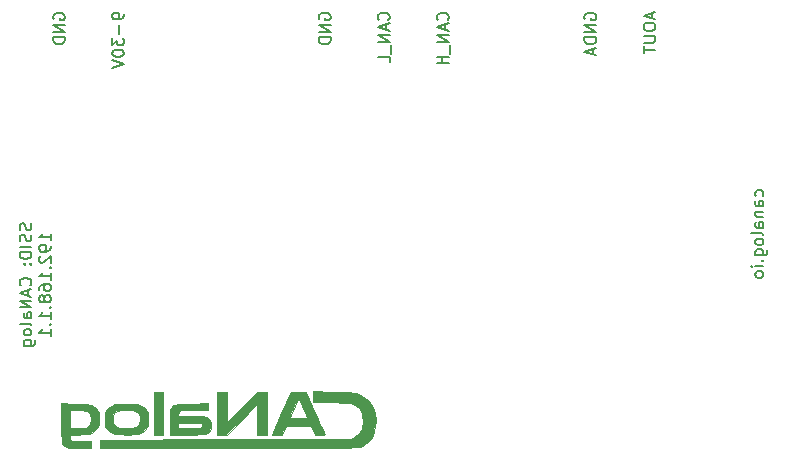
<source format=gbr>
%TF.GenerationSoftware,KiCad,Pcbnew,5.1.10*%
%TF.CreationDate,2021-06-21T15:48:10-04:00*%
%TF.ProjectId,CANalog,43414e61-6c6f-4672-9e6b-696361645f70,rev?*%
%TF.SameCoordinates,PX5b8d800PY848f8c0*%
%TF.FileFunction,Legend,Bot*%
%TF.FilePolarity,Positive*%
%FSLAX46Y46*%
G04 Gerber Fmt 4.6, Leading zero omitted, Abs format (unit mm)*
G04 Created by KiCad (PCBNEW 5.1.10) date 2021-06-21 15:48:10*
%MOMM*%
%LPD*%
G01*
G04 APERTURE LIST*
%ADD10C,0.150000*%
%ADD11C,0.010000*%
G04 APERTURE END LIST*
D10*
X-63720239Y-24834523D02*
X-63672620Y-24977380D01*
X-63672620Y-25215476D01*
X-63720239Y-25310714D01*
X-63767858Y-25358333D01*
X-63863096Y-25405952D01*
X-63958334Y-25405952D01*
X-64053572Y-25358333D01*
X-64101191Y-25310714D01*
X-64148810Y-25215476D01*
X-64196429Y-25025000D01*
X-64244048Y-24929761D01*
X-64291667Y-24882142D01*
X-64386905Y-24834523D01*
X-64482143Y-24834523D01*
X-64577381Y-24882142D01*
X-64625000Y-24929761D01*
X-64672620Y-25025000D01*
X-64672620Y-25263095D01*
X-64625000Y-25405952D01*
X-63720239Y-25786904D02*
X-63672620Y-25929761D01*
X-63672620Y-26167857D01*
X-63720239Y-26263095D01*
X-63767858Y-26310714D01*
X-63863096Y-26358333D01*
X-63958334Y-26358333D01*
X-64053572Y-26310714D01*
X-64101191Y-26263095D01*
X-64148810Y-26167857D01*
X-64196429Y-25977380D01*
X-64244048Y-25882142D01*
X-64291667Y-25834523D01*
X-64386905Y-25786904D01*
X-64482143Y-25786904D01*
X-64577381Y-25834523D01*
X-64625000Y-25882142D01*
X-64672620Y-25977380D01*
X-64672620Y-26215476D01*
X-64625000Y-26358333D01*
X-63672620Y-26786904D02*
X-64672620Y-26786904D01*
X-63672620Y-27263095D02*
X-64672620Y-27263095D01*
X-64672620Y-27501190D01*
X-64625000Y-27644047D01*
X-64529762Y-27739285D01*
X-64434524Y-27786904D01*
X-64244048Y-27834523D01*
X-64101191Y-27834523D01*
X-63910715Y-27786904D01*
X-63815477Y-27739285D01*
X-63720239Y-27644047D01*
X-63672620Y-27501190D01*
X-63672620Y-27263095D01*
X-63767858Y-28263095D02*
X-63720239Y-28310714D01*
X-63672620Y-28263095D01*
X-63720239Y-28215476D01*
X-63767858Y-28263095D01*
X-63672620Y-28263095D01*
X-64291667Y-28263095D02*
X-64244048Y-28310714D01*
X-64196429Y-28263095D01*
X-64244048Y-28215476D01*
X-64291667Y-28263095D01*
X-64196429Y-28263095D01*
X-63767858Y-30072619D02*
X-63720239Y-30025000D01*
X-63672620Y-29882142D01*
X-63672620Y-29786904D01*
X-63720239Y-29644047D01*
X-63815477Y-29548809D01*
X-63910715Y-29501190D01*
X-64101191Y-29453571D01*
X-64244048Y-29453571D01*
X-64434524Y-29501190D01*
X-64529762Y-29548809D01*
X-64625000Y-29644047D01*
X-64672620Y-29786904D01*
X-64672620Y-29882142D01*
X-64625000Y-30025000D01*
X-64577381Y-30072619D01*
X-63958334Y-30453571D02*
X-63958334Y-30929761D01*
X-63672620Y-30358333D02*
X-64672620Y-30691666D01*
X-63672620Y-31025000D01*
X-63672620Y-31358333D02*
X-64672620Y-31358333D01*
X-63672620Y-31929761D01*
X-64672620Y-31929761D01*
X-63672620Y-32834523D02*
X-64196429Y-32834523D01*
X-64291667Y-32786904D01*
X-64339286Y-32691666D01*
X-64339286Y-32501190D01*
X-64291667Y-32405952D01*
X-63720239Y-32834523D02*
X-63672620Y-32739285D01*
X-63672620Y-32501190D01*
X-63720239Y-32405952D01*
X-63815477Y-32358333D01*
X-63910715Y-32358333D01*
X-64005953Y-32405952D01*
X-64053572Y-32501190D01*
X-64053572Y-32739285D01*
X-64101191Y-32834523D01*
X-63672620Y-33453571D02*
X-63720239Y-33358333D01*
X-63815477Y-33310714D01*
X-64672620Y-33310714D01*
X-63672620Y-33977380D02*
X-63720239Y-33882142D01*
X-63767858Y-33834523D01*
X-63863096Y-33786904D01*
X-64148810Y-33786904D01*
X-64244048Y-33834523D01*
X-64291667Y-33882142D01*
X-64339286Y-33977380D01*
X-64339286Y-34120238D01*
X-64291667Y-34215476D01*
X-64244048Y-34263095D01*
X-64148810Y-34310714D01*
X-63863096Y-34310714D01*
X-63767858Y-34263095D01*
X-63720239Y-34215476D01*
X-63672620Y-34120238D01*
X-63672620Y-33977380D01*
X-64339286Y-35167857D02*
X-63529762Y-35167857D01*
X-63434524Y-35120238D01*
X-63386905Y-35072619D01*
X-63339286Y-34977380D01*
X-63339286Y-34834523D01*
X-63386905Y-34739285D01*
X-63720239Y-35167857D02*
X-63672620Y-35072619D01*
X-63672620Y-34882142D01*
X-63720239Y-34786904D01*
X-63767858Y-34739285D01*
X-63863096Y-34691666D01*
X-64148810Y-34691666D01*
X-64244048Y-34739285D01*
X-64291667Y-34786904D01*
X-64339286Y-34882142D01*
X-64339286Y-35072619D01*
X-64291667Y-35167857D01*
X-62022620Y-26263095D02*
X-62022620Y-25691666D01*
X-62022620Y-25977380D02*
X-63022620Y-25977380D01*
X-62879762Y-25882142D01*
X-62784524Y-25786904D01*
X-62736905Y-25691666D01*
X-62022620Y-26739285D02*
X-62022620Y-26929761D01*
X-62070239Y-27025000D01*
X-62117858Y-27072619D01*
X-62260715Y-27167857D01*
X-62451191Y-27215476D01*
X-62832143Y-27215476D01*
X-62927381Y-27167857D01*
X-62975000Y-27120238D01*
X-63022620Y-27025000D01*
X-63022620Y-26834523D01*
X-62975000Y-26739285D01*
X-62927381Y-26691666D01*
X-62832143Y-26644047D01*
X-62594048Y-26644047D01*
X-62498810Y-26691666D01*
X-62451191Y-26739285D01*
X-62403572Y-26834523D01*
X-62403572Y-27025000D01*
X-62451191Y-27120238D01*
X-62498810Y-27167857D01*
X-62594048Y-27215476D01*
X-62927381Y-27596428D02*
X-62975000Y-27644047D01*
X-63022620Y-27739285D01*
X-63022620Y-27977380D01*
X-62975000Y-28072619D01*
X-62927381Y-28120238D01*
X-62832143Y-28167857D01*
X-62736905Y-28167857D01*
X-62594048Y-28120238D01*
X-62022620Y-27548809D01*
X-62022620Y-28167857D01*
X-62117858Y-28596428D02*
X-62070239Y-28644047D01*
X-62022620Y-28596428D01*
X-62070239Y-28548809D01*
X-62117858Y-28596428D01*
X-62022620Y-28596428D01*
X-62022620Y-29596428D02*
X-62022620Y-29025000D01*
X-62022620Y-29310714D02*
X-63022620Y-29310714D01*
X-62879762Y-29215476D01*
X-62784524Y-29120238D01*
X-62736905Y-29025000D01*
X-63022620Y-30453571D02*
X-63022620Y-30263095D01*
X-62975000Y-30167857D01*
X-62927381Y-30120238D01*
X-62784524Y-30025000D01*
X-62594048Y-29977380D01*
X-62213096Y-29977380D01*
X-62117858Y-30025000D01*
X-62070239Y-30072619D01*
X-62022620Y-30167857D01*
X-62022620Y-30358333D01*
X-62070239Y-30453571D01*
X-62117858Y-30501190D01*
X-62213096Y-30548809D01*
X-62451191Y-30548809D01*
X-62546429Y-30501190D01*
X-62594048Y-30453571D01*
X-62641667Y-30358333D01*
X-62641667Y-30167857D01*
X-62594048Y-30072619D01*
X-62546429Y-30025000D01*
X-62451191Y-29977380D01*
X-62594048Y-31120238D02*
X-62641667Y-31025000D01*
X-62689286Y-30977380D01*
X-62784524Y-30929761D01*
X-62832143Y-30929761D01*
X-62927381Y-30977380D01*
X-62975000Y-31025000D01*
X-63022620Y-31120238D01*
X-63022620Y-31310714D01*
X-62975000Y-31405952D01*
X-62927381Y-31453571D01*
X-62832143Y-31501190D01*
X-62784524Y-31501190D01*
X-62689286Y-31453571D01*
X-62641667Y-31405952D01*
X-62594048Y-31310714D01*
X-62594048Y-31120238D01*
X-62546429Y-31025000D01*
X-62498810Y-30977380D01*
X-62403572Y-30929761D01*
X-62213096Y-30929761D01*
X-62117858Y-30977380D01*
X-62070239Y-31025000D01*
X-62022620Y-31120238D01*
X-62022620Y-31310714D01*
X-62070239Y-31405952D01*
X-62117858Y-31453571D01*
X-62213096Y-31501190D01*
X-62403572Y-31501190D01*
X-62498810Y-31453571D01*
X-62546429Y-31405952D01*
X-62594048Y-31310714D01*
X-62117858Y-31929761D02*
X-62070239Y-31977380D01*
X-62022620Y-31929761D01*
X-62070239Y-31882142D01*
X-62117858Y-31929761D01*
X-62022620Y-31929761D01*
X-62022620Y-32929761D02*
X-62022620Y-32358333D01*
X-62022620Y-32644047D02*
X-63022620Y-32644047D01*
X-62879762Y-32548809D01*
X-62784524Y-32453571D01*
X-62736905Y-32358333D01*
X-62117858Y-33358333D02*
X-62070239Y-33405952D01*
X-62022620Y-33358333D01*
X-62070239Y-33310714D01*
X-62117858Y-33358333D01*
X-62022620Y-33358333D01*
X-62022620Y-34358333D02*
X-62022620Y-33786904D01*
X-62022620Y-34072619D02*
X-63022620Y-34072619D01*
X-62879762Y-33977380D01*
X-62784524Y-33882142D01*
X-62736905Y-33786904D01*
X-1770239Y-22510714D02*
X-1722620Y-22415476D01*
X-1722620Y-22225000D01*
X-1770239Y-22129761D01*
X-1817858Y-22082142D01*
X-1913096Y-22034523D01*
X-2198810Y-22034523D01*
X-2294048Y-22082142D01*
X-2341667Y-22129761D01*
X-2389286Y-22225000D01*
X-2389286Y-22415476D01*
X-2341667Y-22510714D01*
X-1722620Y-23367857D02*
X-2246429Y-23367857D01*
X-2341667Y-23320238D01*
X-2389286Y-23225000D01*
X-2389286Y-23034523D01*
X-2341667Y-22939285D01*
X-1770239Y-23367857D02*
X-1722620Y-23272619D01*
X-1722620Y-23034523D01*
X-1770239Y-22939285D01*
X-1865477Y-22891666D01*
X-1960715Y-22891666D01*
X-2055953Y-22939285D01*
X-2103572Y-23034523D01*
X-2103572Y-23272619D01*
X-2151191Y-23367857D01*
X-2389286Y-23844047D02*
X-1722620Y-23844047D01*
X-2294048Y-23844047D02*
X-2341667Y-23891666D01*
X-2389286Y-23986904D01*
X-2389286Y-24129761D01*
X-2341667Y-24225000D01*
X-2246429Y-24272619D01*
X-1722620Y-24272619D01*
X-1722620Y-25177380D02*
X-2246429Y-25177380D01*
X-2341667Y-25129761D01*
X-2389286Y-25034523D01*
X-2389286Y-24844047D01*
X-2341667Y-24748809D01*
X-1770239Y-25177380D02*
X-1722620Y-25082142D01*
X-1722620Y-24844047D01*
X-1770239Y-24748809D01*
X-1865477Y-24701190D01*
X-1960715Y-24701190D01*
X-2055953Y-24748809D01*
X-2103572Y-24844047D01*
X-2103572Y-25082142D01*
X-2151191Y-25177380D01*
X-1722620Y-25796428D02*
X-1770239Y-25701190D01*
X-1865477Y-25653571D01*
X-2722620Y-25653571D01*
X-1722620Y-26320238D02*
X-1770239Y-26225000D01*
X-1817858Y-26177380D01*
X-1913096Y-26129761D01*
X-2198810Y-26129761D01*
X-2294048Y-26177380D01*
X-2341667Y-26225000D01*
X-2389286Y-26320238D01*
X-2389286Y-26463095D01*
X-2341667Y-26558333D01*
X-2294048Y-26605952D01*
X-2198810Y-26653571D01*
X-1913096Y-26653571D01*
X-1817858Y-26605952D01*
X-1770239Y-26558333D01*
X-1722620Y-26463095D01*
X-1722620Y-26320238D01*
X-2389286Y-27510714D02*
X-1579762Y-27510714D01*
X-1484524Y-27463095D01*
X-1436905Y-27415476D01*
X-1389286Y-27320238D01*
X-1389286Y-27177380D01*
X-1436905Y-27082142D01*
X-1770239Y-27510714D02*
X-1722620Y-27415476D01*
X-1722620Y-27225000D01*
X-1770239Y-27129761D01*
X-1817858Y-27082142D01*
X-1913096Y-27034523D01*
X-2198810Y-27034523D01*
X-2294048Y-27082142D01*
X-2341667Y-27129761D01*
X-2389286Y-27225000D01*
X-2389286Y-27415476D01*
X-2341667Y-27510714D01*
X-1817858Y-27986904D02*
X-1770239Y-28034523D01*
X-1722620Y-27986904D01*
X-1770239Y-27939285D01*
X-1817858Y-27986904D01*
X-1722620Y-27986904D01*
X-1722620Y-28463095D02*
X-2389286Y-28463095D01*
X-2722620Y-28463095D02*
X-2675000Y-28415476D01*
X-2627381Y-28463095D01*
X-2675000Y-28510714D01*
X-2722620Y-28463095D01*
X-2627381Y-28463095D01*
X-1722620Y-29082142D02*
X-1770239Y-28986904D01*
X-1817858Y-28939285D01*
X-1913096Y-28891666D01*
X-2198810Y-28891666D01*
X-2294048Y-28939285D01*
X-2341667Y-28986904D01*
X-2389286Y-29082142D01*
X-2389286Y-29225000D01*
X-2341667Y-29320238D01*
X-2294048Y-29367857D01*
X-2198810Y-29415476D01*
X-1913096Y-29415476D01*
X-1817858Y-29367857D01*
X-1770239Y-29320238D01*
X-1722620Y-29225000D01*
X-1722620Y-29082142D01*
X-11133334Y-6987976D02*
X-11133334Y-7464166D01*
X-10847620Y-6892738D02*
X-11847620Y-7226071D01*
X-10847620Y-7559404D01*
X-11847620Y-8083214D02*
X-11847620Y-8273690D01*
X-11800000Y-8368928D01*
X-11704762Y-8464166D01*
X-11514286Y-8511785D01*
X-11180953Y-8511785D01*
X-10990477Y-8464166D01*
X-10895239Y-8368928D01*
X-10847620Y-8273690D01*
X-10847620Y-8083214D01*
X-10895239Y-7987976D01*
X-10990477Y-7892738D01*
X-11180953Y-7845119D01*
X-11514286Y-7845119D01*
X-11704762Y-7892738D01*
X-11800000Y-7987976D01*
X-11847620Y-8083214D01*
X-11847620Y-8940357D02*
X-11038096Y-8940357D01*
X-10942858Y-8987976D01*
X-10895239Y-9035595D01*
X-10847620Y-9130833D01*
X-10847620Y-9321309D01*
X-10895239Y-9416547D01*
X-10942858Y-9464166D01*
X-11038096Y-9511785D01*
X-11847620Y-9511785D01*
X-11847620Y-9845119D02*
X-11847620Y-10416547D01*
X-10847620Y-10130833D02*
X-11847620Y-10130833D01*
X-16800000Y-7559404D02*
X-16847620Y-7464166D01*
X-16847620Y-7321309D01*
X-16800000Y-7178452D01*
X-16704762Y-7083214D01*
X-16609524Y-7035595D01*
X-16419048Y-6987976D01*
X-16276191Y-6987976D01*
X-16085715Y-7035595D01*
X-15990477Y-7083214D01*
X-15895239Y-7178452D01*
X-15847620Y-7321309D01*
X-15847620Y-7416547D01*
X-15895239Y-7559404D01*
X-15942858Y-7607023D01*
X-16276191Y-7607023D01*
X-16276191Y-7416547D01*
X-15847620Y-8035595D02*
X-16847620Y-8035595D01*
X-15847620Y-8607023D01*
X-16847620Y-8607023D01*
X-15847620Y-9083214D02*
X-16847620Y-9083214D01*
X-16847620Y-9321309D01*
X-16800000Y-9464166D01*
X-16704762Y-9559404D01*
X-16609524Y-9607023D01*
X-16419048Y-9654642D01*
X-16276191Y-9654642D01*
X-16085715Y-9607023D01*
X-15990477Y-9559404D01*
X-15895239Y-9464166D01*
X-15847620Y-9321309D01*
X-15847620Y-9083214D01*
X-16133334Y-10035595D02*
X-16133334Y-10511785D01*
X-15847620Y-9940357D02*
X-16847620Y-10273690D01*
X-15847620Y-10607023D01*
X-28442858Y-7607023D02*
X-28395239Y-7559404D01*
X-28347620Y-7416547D01*
X-28347620Y-7321309D01*
X-28395239Y-7178452D01*
X-28490477Y-7083214D01*
X-28585715Y-7035595D01*
X-28776191Y-6987976D01*
X-28919048Y-6987976D01*
X-29109524Y-7035595D01*
X-29204762Y-7083214D01*
X-29300000Y-7178452D01*
X-29347620Y-7321309D01*
X-29347620Y-7416547D01*
X-29300000Y-7559404D01*
X-29252381Y-7607023D01*
X-28633334Y-7987976D02*
X-28633334Y-8464166D01*
X-28347620Y-7892738D02*
X-29347620Y-8226071D01*
X-28347620Y-8559404D01*
X-28347620Y-8892738D02*
X-29347620Y-8892738D01*
X-28347620Y-9464166D01*
X-29347620Y-9464166D01*
X-28252381Y-9702261D02*
X-28252381Y-10464166D01*
X-28347620Y-10702261D02*
X-29347620Y-10702261D01*
X-28871429Y-10702261D02*
X-28871429Y-11273690D01*
X-28347620Y-11273690D02*
X-29347620Y-11273690D01*
X-33442858Y-7607023D02*
X-33395239Y-7559404D01*
X-33347620Y-7416547D01*
X-33347620Y-7321309D01*
X-33395239Y-7178452D01*
X-33490477Y-7083214D01*
X-33585715Y-7035595D01*
X-33776191Y-6987976D01*
X-33919048Y-6987976D01*
X-34109524Y-7035595D01*
X-34204762Y-7083214D01*
X-34300000Y-7178452D01*
X-34347620Y-7321309D01*
X-34347620Y-7416547D01*
X-34300000Y-7559404D01*
X-34252381Y-7607023D01*
X-33633334Y-7987976D02*
X-33633334Y-8464166D01*
X-33347620Y-7892738D02*
X-34347620Y-8226071D01*
X-33347620Y-8559404D01*
X-33347620Y-8892738D02*
X-34347620Y-8892738D01*
X-33347620Y-9464166D01*
X-34347620Y-9464166D01*
X-33252381Y-9702261D02*
X-33252381Y-10464166D01*
X-33347620Y-11178452D02*
X-33347620Y-10702261D01*
X-34347620Y-10702261D01*
X-39300000Y-7559404D02*
X-39347620Y-7464166D01*
X-39347620Y-7321309D01*
X-39300000Y-7178452D01*
X-39204762Y-7083214D01*
X-39109524Y-7035595D01*
X-38919048Y-6987976D01*
X-38776191Y-6987976D01*
X-38585715Y-7035595D01*
X-38490477Y-7083214D01*
X-38395239Y-7178452D01*
X-38347620Y-7321309D01*
X-38347620Y-7416547D01*
X-38395239Y-7559404D01*
X-38442858Y-7607023D01*
X-38776191Y-7607023D01*
X-38776191Y-7416547D01*
X-38347620Y-8035595D02*
X-39347620Y-8035595D01*
X-38347620Y-8607023D01*
X-39347620Y-8607023D01*
X-38347620Y-9083214D02*
X-39347620Y-9083214D01*
X-39347620Y-9321309D01*
X-39300000Y-9464166D01*
X-39204762Y-9559404D01*
X-39109524Y-9607023D01*
X-38919048Y-9654642D01*
X-38776191Y-9654642D01*
X-38585715Y-9607023D01*
X-38490477Y-9559404D01*
X-38395239Y-9464166D01*
X-38347620Y-9321309D01*
X-38347620Y-9083214D01*
X-55847620Y-7083214D02*
X-55847620Y-7273690D01*
X-55895239Y-7368928D01*
X-55942858Y-7416547D01*
X-56085715Y-7511785D01*
X-56276191Y-7559404D01*
X-56657143Y-7559404D01*
X-56752381Y-7511785D01*
X-56800000Y-7464166D01*
X-56847620Y-7368928D01*
X-56847620Y-7178452D01*
X-56800000Y-7083214D01*
X-56752381Y-7035595D01*
X-56657143Y-6987976D01*
X-56419048Y-6987976D01*
X-56323810Y-7035595D01*
X-56276191Y-7083214D01*
X-56228572Y-7178452D01*
X-56228572Y-7368928D01*
X-56276191Y-7464166D01*
X-56323810Y-7511785D01*
X-56419048Y-7559404D01*
X-56228572Y-7987976D02*
X-56228572Y-8749880D01*
X-56847620Y-9130833D02*
X-56847620Y-9749880D01*
X-56466667Y-9416547D01*
X-56466667Y-9559404D01*
X-56419048Y-9654642D01*
X-56371429Y-9702261D01*
X-56276191Y-9749880D01*
X-56038096Y-9749880D01*
X-55942858Y-9702261D01*
X-55895239Y-9654642D01*
X-55847620Y-9559404D01*
X-55847620Y-9273690D01*
X-55895239Y-9178452D01*
X-55942858Y-9130833D01*
X-56847620Y-10368928D02*
X-56847620Y-10464166D01*
X-56800000Y-10559404D01*
X-56752381Y-10607023D01*
X-56657143Y-10654642D01*
X-56466667Y-10702261D01*
X-56228572Y-10702261D01*
X-56038096Y-10654642D01*
X-55942858Y-10607023D01*
X-55895239Y-10559404D01*
X-55847620Y-10464166D01*
X-55847620Y-10368928D01*
X-55895239Y-10273690D01*
X-55942858Y-10226071D01*
X-56038096Y-10178452D01*
X-56228572Y-10130833D01*
X-56466667Y-10130833D01*
X-56657143Y-10178452D01*
X-56752381Y-10226071D01*
X-56800000Y-10273690D01*
X-56847620Y-10368928D01*
X-56847620Y-10987976D02*
X-55847620Y-11321309D01*
X-56847620Y-11654642D01*
X-61800000Y-7559404D02*
X-61847620Y-7464166D01*
X-61847620Y-7321309D01*
X-61800000Y-7178452D01*
X-61704762Y-7083214D01*
X-61609524Y-7035595D01*
X-61419048Y-6987976D01*
X-61276191Y-6987976D01*
X-61085715Y-7035595D01*
X-60990477Y-7083214D01*
X-60895239Y-7178452D01*
X-60847620Y-7321309D01*
X-60847620Y-7416547D01*
X-60895239Y-7559404D01*
X-60942858Y-7607023D01*
X-61276191Y-7607023D01*
X-61276191Y-7416547D01*
X-60847620Y-8035595D02*
X-61847620Y-8035595D01*
X-60847620Y-8607023D01*
X-61847620Y-8607023D01*
X-60847620Y-9083214D02*
X-61847620Y-9083214D01*
X-61847620Y-9321309D01*
X-61800000Y-9464166D01*
X-61704762Y-9559404D01*
X-61609524Y-9607023D01*
X-61419048Y-9654642D01*
X-61276191Y-9654642D01*
X-61085715Y-9607023D01*
X-60990477Y-9559404D01*
X-60895239Y-9464166D01*
X-60847620Y-9321309D01*
X-60847620Y-9083214D01*
D11*
%TO.C,G\u002A\u002A\u002A*%
G36*
X-39823600Y-39509839D02*
G01*
X-39823599Y-39968582D01*
X-38261500Y-39984591D01*
X-37820779Y-39989361D01*
X-37469198Y-39994258D01*
X-37194300Y-40000209D01*
X-36983626Y-40008142D01*
X-36824720Y-40018984D01*
X-36705124Y-40033663D01*
X-36612382Y-40053105D01*
X-36534034Y-40078239D01*
X-36457625Y-40109991D01*
X-36433865Y-40120654D01*
X-36176377Y-40275978D01*
X-35949172Y-40485152D01*
X-35777571Y-40721321D01*
X-35701266Y-40897695D01*
X-35655699Y-41138395D01*
X-35636265Y-41433517D01*
X-35642328Y-41743946D01*
X-35673258Y-42030569D01*
X-35722967Y-42239141D01*
X-35874217Y-42525315D01*
X-36109483Y-42773289D01*
X-36413762Y-42967625D01*
X-36445400Y-42982593D01*
X-36699400Y-43099400D01*
X-47278499Y-43112689D01*
X-57857599Y-43125978D01*
X-57857600Y-43480989D01*
X-57857600Y-43836000D01*
X-46973700Y-43830800D01*
X-45927508Y-43830129D01*
X-44907270Y-43829140D01*
X-43917722Y-43827851D01*
X-42963595Y-43826279D01*
X-42049624Y-43824444D01*
X-41180542Y-43822362D01*
X-40361082Y-43820053D01*
X-39595979Y-43817534D01*
X-38889966Y-43814824D01*
X-38247776Y-43811941D01*
X-37674144Y-43808902D01*
X-37173802Y-43805726D01*
X-36751485Y-43802432D01*
X-36411925Y-43799037D01*
X-36159857Y-43795559D01*
X-36000014Y-43792016D01*
X-35937400Y-43788498D01*
X-35630230Y-43668218D01*
X-35318505Y-43453940D01*
X-35213253Y-43361791D01*
X-34953701Y-43082475D01*
X-34763710Y-42777835D01*
X-34632522Y-42425354D01*
X-34549383Y-42002515D01*
X-34543943Y-41960666D01*
X-34517989Y-41444131D01*
X-34569910Y-40956813D01*
X-34696137Y-40511085D01*
X-34893099Y-40119321D01*
X-35157227Y-39793892D01*
X-35173738Y-39778064D01*
X-35410069Y-39577302D01*
X-35653370Y-39424407D01*
X-35936028Y-39302188D01*
X-36259010Y-39201968D01*
X-36379666Y-39171374D01*
X-36502880Y-39146767D01*
X-36642052Y-39127273D01*
X-36810583Y-39112021D01*
X-37021870Y-39100137D01*
X-37289315Y-39090749D01*
X-37626316Y-39082986D01*
X-38046274Y-39075974D01*
X-38236100Y-39073245D01*
X-39823600Y-39051096D01*
X-39823600Y-39509839D01*
G37*
X-39823600Y-39509839D02*
X-39823599Y-39968582D01*
X-38261500Y-39984591D01*
X-37820779Y-39989361D01*
X-37469198Y-39994258D01*
X-37194300Y-40000209D01*
X-36983626Y-40008142D01*
X-36824720Y-40018984D01*
X-36705124Y-40033663D01*
X-36612382Y-40053105D01*
X-36534034Y-40078239D01*
X-36457625Y-40109991D01*
X-36433865Y-40120654D01*
X-36176377Y-40275978D01*
X-35949172Y-40485152D01*
X-35777571Y-40721321D01*
X-35701266Y-40897695D01*
X-35655699Y-41138395D01*
X-35636265Y-41433517D01*
X-35642328Y-41743946D01*
X-35673258Y-42030569D01*
X-35722967Y-42239141D01*
X-35874217Y-42525315D01*
X-36109483Y-42773289D01*
X-36413762Y-42967625D01*
X-36445400Y-42982593D01*
X-36699400Y-43099400D01*
X-47278499Y-43112689D01*
X-57857599Y-43125978D01*
X-57857600Y-43480989D01*
X-57857600Y-43836000D01*
X-46973700Y-43830800D01*
X-45927508Y-43830129D01*
X-44907270Y-43829140D01*
X-43917722Y-43827851D01*
X-42963595Y-43826279D01*
X-42049624Y-43824444D01*
X-41180542Y-43822362D01*
X-40361082Y-43820053D01*
X-39595979Y-43817534D01*
X-38889966Y-43814824D01*
X-38247776Y-43811941D01*
X-37674144Y-43808902D01*
X-37173802Y-43805726D01*
X-36751485Y-43802432D01*
X-36411925Y-43799037D01*
X-36159857Y-43795559D01*
X-36000014Y-43792016D01*
X-35937400Y-43788498D01*
X-35630230Y-43668218D01*
X-35318505Y-43453940D01*
X-35213253Y-43361791D01*
X-34953701Y-43082475D01*
X-34763710Y-42777835D01*
X-34632522Y-42425354D01*
X-34549383Y-42002515D01*
X-34543943Y-41960666D01*
X-34517989Y-41444131D01*
X-34569910Y-40956813D01*
X-34696137Y-40511085D01*
X-34893099Y-40119321D01*
X-35157227Y-39793892D01*
X-35173738Y-39778064D01*
X-35410069Y-39577302D01*
X-35653370Y-39424407D01*
X-35936028Y-39302188D01*
X-36259010Y-39201968D01*
X-36379666Y-39171374D01*
X-36502880Y-39146767D01*
X-36642052Y-39127273D01*
X-36810583Y-39112021D01*
X-37021870Y-39100137D01*
X-37289315Y-39090749D01*
X-37626316Y-39082986D01*
X-38046274Y-39075974D01*
X-38236100Y-39073245D01*
X-39823600Y-39051096D01*
X-39823600Y-39509839D01*
G36*
X-61148916Y-41719237D02*
G01*
X-61145087Y-42233797D01*
X-61139198Y-42656071D01*
X-61124581Y-42995271D01*
X-61094568Y-43260606D01*
X-61042492Y-43461287D01*
X-60961683Y-43606524D01*
X-60845476Y-43705527D01*
X-60687201Y-43767506D01*
X-60480190Y-43801672D01*
X-60217777Y-43817235D01*
X-59893293Y-43823405D01*
X-59622900Y-43827113D01*
X-58619600Y-43843626D01*
X-58619600Y-43277200D01*
X-59421096Y-43277200D01*
X-59769917Y-43274578D01*
X-60030023Y-43263784D01*
X-60214230Y-43240423D01*
X-60335354Y-43200099D01*
X-60406209Y-43138418D01*
X-60439612Y-43050984D01*
X-60448377Y-42933404D01*
X-60448400Y-42924896D01*
X-60448400Y-42730753D01*
X-59673700Y-42704470D01*
X-59385262Y-42691084D01*
X-59116552Y-42672070D01*
X-58891622Y-42649593D01*
X-58734523Y-42625822D01*
X-58695800Y-42616356D01*
X-58501118Y-42519579D01*
X-58300581Y-42359508D01*
X-58123119Y-42165296D01*
X-57997668Y-41966099D01*
X-57965219Y-41880200D01*
X-57921248Y-41620956D01*
X-57912132Y-41322579D01*
X-57912661Y-41316767D01*
X-58633104Y-41316767D01*
X-58642762Y-41577627D01*
X-58721879Y-41809447D01*
X-58863253Y-41993045D01*
X-59059680Y-42109239D01*
X-59104317Y-42122544D01*
X-59192252Y-42132836D01*
X-59357992Y-42142148D01*
X-59577742Y-42149453D01*
X-59826100Y-42153707D01*
X-60448400Y-42159600D01*
X-60448400Y-40625856D01*
X-59749900Y-40643711D01*
X-59420633Y-40656204D01*
X-59176473Y-40678593D01*
X-59000991Y-40717173D01*
X-58877756Y-40778243D01*
X-58790338Y-40868098D01*
X-58722309Y-40993035D01*
X-58700107Y-41046048D01*
X-58633104Y-41316767D01*
X-57912661Y-41316767D01*
X-57937979Y-41039108D01*
X-57963339Y-40922381D01*
X-58064695Y-40707620D01*
X-58235246Y-40495201D01*
X-58446342Y-40314830D01*
X-58660715Y-40199334D01*
X-58762821Y-40168472D01*
X-58891948Y-40144241D01*
X-59062594Y-40125477D01*
X-59289260Y-40111011D01*
X-59586443Y-40099678D01*
X-59968645Y-40090310D01*
X-60031316Y-40089059D01*
X-61163632Y-40066945D01*
X-61148916Y-41719237D01*
G37*
X-61148916Y-41719237D02*
X-61145087Y-42233797D01*
X-61139198Y-42656071D01*
X-61124581Y-42995271D01*
X-61094568Y-43260606D01*
X-61042492Y-43461287D01*
X-60961683Y-43606524D01*
X-60845476Y-43705527D01*
X-60687201Y-43767506D01*
X-60480190Y-43801672D01*
X-60217777Y-43817235D01*
X-59893293Y-43823405D01*
X-59622900Y-43827113D01*
X-58619600Y-43843626D01*
X-58619600Y-43277200D01*
X-59421096Y-43277200D01*
X-59769917Y-43274578D01*
X-60030023Y-43263784D01*
X-60214230Y-43240423D01*
X-60335354Y-43200099D01*
X-60406209Y-43138418D01*
X-60439612Y-43050984D01*
X-60448377Y-42933404D01*
X-60448400Y-42924896D01*
X-60448400Y-42730753D01*
X-59673700Y-42704470D01*
X-59385262Y-42691084D01*
X-59116552Y-42672070D01*
X-58891622Y-42649593D01*
X-58734523Y-42625822D01*
X-58695800Y-42616356D01*
X-58501118Y-42519579D01*
X-58300581Y-42359508D01*
X-58123119Y-42165296D01*
X-57997668Y-41966099D01*
X-57965219Y-41880200D01*
X-57921248Y-41620956D01*
X-57912132Y-41322579D01*
X-57912661Y-41316767D01*
X-58633104Y-41316767D01*
X-58642762Y-41577627D01*
X-58721879Y-41809447D01*
X-58863253Y-41993045D01*
X-59059680Y-42109239D01*
X-59104317Y-42122544D01*
X-59192252Y-42132836D01*
X-59357992Y-42142148D01*
X-59577742Y-42149453D01*
X-59826100Y-42153707D01*
X-60448400Y-42159600D01*
X-60448400Y-40625856D01*
X-59749900Y-40643711D01*
X-59420633Y-40656204D01*
X-59176473Y-40678593D01*
X-59000991Y-40717173D01*
X-58877756Y-40778243D01*
X-58790338Y-40868098D01*
X-58722309Y-40993035D01*
X-58700107Y-41046048D01*
X-58633104Y-41316767D01*
X-57912661Y-41316767D01*
X-57937979Y-41039108D01*
X-57963339Y-40922381D01*
X-58064695Y-40707620D01*
X-58235246Y-40495201D01*
X-58446342Y-40314830D01*
X-58660715Y-40199334D01*
X-58762821Y-40168472D01*
X-58891948Y-40144241D01*
X-59062594Y-40125477D01*
X-59289260Y-40111011D01*
X-59586443Y-40099678D01*
X-59968645Y-40090310D01*
X-60031316Y-40089059D01*
X-61163632Y-40066945D01*
X-61148916Y-41719237D01*
G36*
X-42501998Y-40889600D02*
G01*
X-43319404Y-42718400D01*
X-42462634Y-42718400D01*
X-42289007Y-42337400D01*
X-42115380Y-41956399D01*
X-41069807Y-41956400D01*
X-40024234Y-41956400D01*
X-39676980Y-42718400D01*
X-39267690Y-42718400D01*
X-39078176Y-42714043D01*
X-38935143Y-42702459D01*
X-38862567Y-42685878D01*
X-38858118Y-42680300D01*
X-38878095Y-42626934D01*
X-38935166Y-42491136D01*
X-39024843Y-42283174D01*
X-39142639Y-42013316D01*
X-39284068Y-41691833D01*
X-39444643Y-41328992D01*
X-39478358Y-41253200D01*
X-40340066Y-41253200D01*
X-40381736Y-41268205D01*
X-40507788Y-41280911D01*
X-40701012Y-41290310D01*
X-40944200Y-41295390D01*
X-41069401Y-41296000D01*
X-41370799Y-41294057D01*
X-41582083Y-41287560D01*
X-41714677Y-41275501D01*
X-41780005Y-41256874D01*
X-41790296Y-41232500D01*
X-41697693Y-41009122D01*
X-41589613Y-40761586D01*
X-41474151Y-40506904D01*
X-41359407Y-40262085D01*
X-41253476Y-40044141D01*
X-41164456Y-39870082D01*
X-41100445Y-39756920D01*
X-41070904Y-39721199D01*
X-41037056Y-39764845D01*
X-40970707Y-39884237D01*
X-40880119Y-40062058D01*
X-40773552Y-40280988D01*
X-40659269Y-40523710D01*
X-40545531Y-40772907D01*
X-40440600Y-41011259D01*
X-40352737Y-41221450D01*
X-40340066Y-41253200D01*
X-39478358Y-41253200D01*
X-39619878Y-40935063D01*
X-39657160Y-40851500D01*
X-40456483Y-39060800D01*
X-41684593Y-39060800D01*
X-42501998Y-40889600D01*
G37*
X-42501998Y-40889600D02*
X-43319404Y-42718400D01*
X-42462634Y-42718400D01*
X-42289007Y-42337400D01*
X-42115380Y-41956399D01*
X-41069807Y-41956400D01*
X-40024234Y-41956400D01*
X-39676980Y-42718400D01*
X-39267690Y-42718400D01*
X-39078176Y-42714043D01*
X-38935143Y-42702459D01*
X-38862567Y-42685878D01*
X-38858118Y-42680300D01*
X-38878095Y-42626934D01*
X-38935166Y-42491136D01*
X-39024843Y-42283174D01*
X-39142639Y-42013316D01*
X-39284068Y-41691833D01*
X-39444643Y-41328992D01*
X-39478358Y-41253200D01*
X-40340066Y-41253200D01*
X-40381736Y-41268205D01*
X-40507788Y-41280911D01*
X-40701012Y-41290310D01*
X-40944200Y-41295390D01*
X-41069401Y-41296000D01*
X-41370799Y-41294057D01*
X-41582083Y-41287560D01*
X-41714677Y-41275501D01*
X-41780005Y-41256874D01*
X-41790296Y-41232500D01*
X-41697693Y-41009122D01*
X-41589613Y-40761586D01*
X-41474151Y-40506904D01*
X-41359407Y-40262085D01*
X-41253476Y-40044141D01*
X-41164456Y-39870082D01*
X-41100445Y-39756920D01*
X-41070904Y-39721199D01*
X-41037056Y-39764845D01*
X-40970707Y-39884237D01*
X-40880119Y-40062058D01*
X-40773552Y-40280988D01*
X-40659269Y-40523710D01*
X-40545531Y-40772907D01*
X-40440600Y-41011259D01*
X-40352737Y-41221450D01*
X-40340066Y-41253200D01*
X-39478358Y-41253200D01*
X-39619878Y-40935063D01*
X-39657160Y-40851500D01*
X-40456483Y-39060800D01*
X-41684593Y-39060800D01*
X-42501998Y-40889600D01*
G36*
X-45838909Y-40394300D02*
G01*
X-47138291Y-41727800D01*
X-47138545Y-40394300D01*
X-47138800Y-39060800D01*
X-47951600Y-39060800D01*
X-47951600Y-42718400D01*
X-47152752Y-42718400D01*
X-44549692Y-40102200D01*
X-44548000Y-42718400D01*
X-43735200Y-42718400D01*
X-43735200Y-39060800D01*
X-44539526Y-39060800D01*
X-45838909Y-40394300D01*
G37*
X-45838909Y-40394300D02*
X-47138291Y-41727800D01*
X-47138545Y-40394300D01*
X-47138800Y-39060800D01*
X-47951600Y-39060800D01*
X-47951600Y-42718400D01*
X-47152752Y-42718400D01*
X-44549692Y-40102200D01*
X-44548000Y-42718400D01*
X-43735200Y-42718400D01*
X-43735200Y-39060800D01*
X-44539526Y-39060800D01*
X-45838909Y-40394300D01*
G36*
X-50125669Y-40085813D02*
G01*
X-50601428Y-40091082D01*
X-50985613Y-40099848D01*
X-51288130Y-40120507D01*
X-51518886Y-40161453D01*
X-51687789Y-40231081D01*
X-51804745Y-40337786D01*
X-51879662Y-40489962D01*
X-51922447Y-40696005D01*
X-51943007Y-40964308D01*
X-51951248Y-41303268D01*
X-51955713Y-41636493D01*
X-51972027Y-42718400D01*
X-50558713Y-42713818D01*
X-50180334Y-42710823D01*
X-49827179Y-42704690D01*
X-49514396Y-42695943D01*
X-49257131Y-42685109D01*
X-49070531Y-42672710D01*
X-48969742Y-42659273D01*
X-48967600Y-42658690D01*
X-48728926Y-42545276D01*
X-48564443Y-42363130D01*
X-48475818Y-42114675D01*
X-48463400Y-41965517D01*
X-49224334Y-41965517D01*
X-49238275Y-42037044D01*
X-49284621Y-42088460D01*
X-49375539Y-42123068D01*
X-49523199Y-42144176D01*
X-49739771Y-42155089D01*
X-50037422Y-42159112D01*
X-50294620Y-42159600D01*
X-51253600Y-42159600D01*
X-51253600Y-41700252D01*
X-49247000Y-41727800D01*
X-49230629Y-41870571D01*
X-49224334Y-41965517D01*
X-48463400Y-41965517D01*
X-48459678Y-41920822D01*
X-48499148Y-41639741D01*
X-48612196Y-41411079D01*
X-48791070Y-41249783D01*
X-48814407Y-41236808D01*
X-48882943Y-41205990D01*
X-48965486Y-41182720D01*
X-49076467Y-41165970D01*
X-49230318Y-41154712D01*
X-49441468Y-41147917D01*
X-49724349Y-41144556D01*
X-50093391Y-41143603D01*
X-50122507Y-41143600D01*
X-51253600Y-41143600D01*
X-51253600Y-40991200D01*
X-51219152Y-40842038D01*
X-51152000Y-40737200D01*
X-51113573Y-40704274D01*
X-51063861Y-40679332D01*
X-50989367Y-40661272D01*
X-50876591Y-40648991D01*
X-50712034Y-40641388D01*
X-50482199Y-40637360D01*
X-50173587Y-40635806D01*
X-49907400Y-40635599D01*
X-48764400Y-40635600D01*
X-48764400Y-40069427D01*
X-50125669Y-40085813D01*
G37*
X-50125669Y-40085813D02*
X-50601428Y-40091082D01*
X-50985613Y-40099848D01*
X-51288130Y-40120507D01*
X-51518886Y-40161453D01*
X-51687789Y-40231081D01*
X-51804745Y-40337786D01*
X-51879662Y-40489962D01*
X-51922447Y-40696005D01*
X-51943007Y-40964308D01*
X-51951248Y-41303268D01*
X-51955713Y-41636493D01*
X-51972027Y-42718400D01*
X-50558713Y-42713818D01*
X-50180334Y-42710823D01*
X-49827179Y-42704690D01*
X-49514396Y-42695943D01*
X-49257131Y-42685109D01*
X-49070531Y-42672710D01*
X-48969742Y-42659273D01*
X-48967600Y-42658690D01*
X-48728926Y-42545276D01*
X-48564443Y-42363130D01*
X-48475818Y-42114675D01*
X-48463400Y-41965517D01*
X-49224334Y-41965517D01*
X-49238275Y-42037044D01*
X-49284621Y-42088460D01*
X-49375539Y-42123068D01*
X-49523199Y-42144176D01*
X-49739771Y-42155089D01*
X-50037422Y-42159112D01*
X-50294620Y-42159600D01*
X-51253600Y-42159600D01*
X-51253600Y-41700252D01*
X-49247000Y-41727800D01*
X-49230629Y-41870571D01*
X-49224334Y-41965517D01*
X-48463400Y-41965517D01*
X-48459678Y-41920822D01*
X-48499148Y-41639741D01*
X-48612196Y-41411079D01*
X-48791070Y-41249783D01*
X-48814407Y-41236808D01*
X-48882943Y-41205990D01*
X-48965486Y-41182720D01*
X-49076467Y-41165970D01*
X-49230318Y-41154712D01*
X-49441468Y-41147917D01*
X-49724349Y-41144556D01*
X-50093391Y-41143603D01*
X-50122507Y-41143600D01*
X-51253600Y-41143600D01*
X-51253600Y-40991200D01*
X-51219152Y-40842038D01*
X-51152000Y-40737200D01*
X-51113573Y-40704274D01*
X-51063861Y-40679332D01*
X-50989367Y-40661272D01*
X-50876591Y-40648991D01*
X-50712034Y-40641388D01*
X-50482199Y-40637360D01*
X-50173587Y-40635806D01*
X-49907400Y-40635599D01*
X-48764400Y-40635600D01*
X-48764400Y-40069427D01*
X-50125669Y-40085813D01*
G36*
X-53285600Y-42718400D02*
G01*
X-52574400Y-42718400D01*
X-52574400Y-39060800D01*
X-53285600Y-39060800D01*
X-53285600Y-42718400D01*
G37*
X-53285600Y-42718400D02*
X-52574400Y-42718400D01*
X-52574400Y-39060800D01*
X-53285600Y-39060800D01*
X-53285600Y-42718400D01*
G36*
X-55883536Y-40086701D02*
G01*
X-56169500Y-40097214D01*
X-56377252Y-40110211D01*
X-56530170Y-40129743D01*
X-56651630Y-40159864D01*
X-56765009Y-40204627D01*
X-56875286Y-40258644D01*
X-57161290Y-40449978D01*
X-57322231Y-40627834D01*
X-57390541Y-40729980D01*
X-57435005Y-40820318D01*
X-57460731Y-40924315D01*
X-57472830Y-41067438D01*
X-57476408Y-41275152D01*
X-57476600Y-41397357D01*
X-57475142Y-41643089D01*
X-57467398Y-41812789D01*
X-57448311Y-41932018D01*
X-57412825Y-42026337D01*
X-57355883Y-42121307D01*
X-57324200Y-42167759D01*
X-57138419Y-42369315D01*
X-56877241Y-42535314D01*
X-56870038Y-42538930D01*
X-56750655Y-42596378D01*
X-56645689Y-42637372D01*
X-56534178Y-42665054D01*
X-56395156Y-42682570D01*
X-56207661Y-42693061D01*
X-55950728Y-42699671D01*
X-55777838Y-42702699D01*
X-55377795Y-42703321D01*
X-55045388Y-42691443D01*
X-54793877Y-42667701D01*
X-54699922Y-42650981D01*
X-54363270Y-42531502D01*
X-54089186Y-42342579D01*
X-53891461Y-42095401D01*
X-53831576Y-41977288D01*
X-53794650Y-41858397D01*
X-53775419Y-41708931D01*
X-53768619Y-41499091D01*
X-53768200Y-41397600D01*
X-54454000Y-41397600D01*
X-54477708Y-41555069D01*
X-54537403Y-41737879D01*
X-54568300Y-41805936D01*
X-54645569Y-41933644D01*
X-54740223Y-42026460D01*
X-54868845Y-42089770D01*
X-55048014Y-42128960D01*
X-55294312Y-42149418D01*
X-55624319Y-42156530D01*
X-55647800Y-42156653D01*
X-55934082Y-42154588D01*
X-56140623Y-42143766D01*
X-56289080Y-42121821D01*
X-56401111Y-42086385D01*
X-56435200Y-42070621D01*
X-56616145Y-41925843D01*
X-56737600Y-41711394D01*
X-56789470Y-41446384D01*
X-56790642Y-41397600D01*
X-56751626Y-41125885D01*
X-56641307Y-40901477D01*
X-56469778Y-40743486D01*
X-56435200Y-40724578D01*
X-56330703Y-40683946D01*
X-56197244Y-40657619D01*
X-56013164Y-40643231D01*
X-55756806Y-40638416D01*
X-55647800Y-40638546D01*
X-55312084Y-40645011D01*
X-55061100Y-40664490D01*
X-54878269Y-40702368D01*
X-54747008Y-40764033D01*
X-54650737Y-40854872D01*
X-54572875Y-40980271D01*
X-54568300Y-40989263D01*
X-54498807Y-41164755D01*
X-54458269Y-41340024D01*
X-54454000Y-41397600D01*
X-53768200Y-41397600D01*
X-53771609Y-41157568D01*
X-53785396Y-40989080D01*
X-53814895Y-40862204D01*
X-53865441Y-40747008D01*
X-53893115Y-40696855D01*
X-54042514Y-40492277D01*
X-54236132Y-40332525D01*
X-54483770Y-40214596D01*
X-54795228Y-40135486D01*
X-55180305Y-40092191D01*
X-55648801Y-40081705D01*
X-55883536Y-40086701D01*
G37*
X-55883536Y-40086701D02*
X-56169500Y-40097214D01*
X-56377252Y-40110211D01*
X-56530170Y-40129743D01*
X-56651630Y-40159864D01*
X-56765009Y-40204627D01*
X-56875286Y-40258644D01*
X-57161290Y-40449978D01*
X-57322231Y-40627834D01*
X-57390541Y-40729980D01*
X-57435005Y-40820318D01*
X-57460731Y-40924315D01*
X-57472830Y-41067438D01*
X-57476408Y-41275152D01*
X-57476600Y-41397357D01*
X-57475142Y-41643089D01*
X-57467398Y-41812789D01*
X-57448311Y-41932018D01*
X-57412825Y-42026337D01*
X-57355883Y-42121307D01*
X-57324200Y-42167759D01*
X-57138419Y-42369315D01*
X-56877241Y-42535314D01*
X-56870038Y-42538930D01*
X-56750655Y-42596378D01*
X-56645689Y-42637372D01*
X-56534178Y-42665054D01*
X-56395156Y-42682570D01*
X-56207661Y-42693061D01*
X-55950728Y-42699671D01*
X-55777838Y-42702699D01*
X-55377795Y-42703321D01*
X-55045388Y-42691443D01*
X-54793877Y-42667701D01*
X-54699922Y-42650981D01*
X-54363270Y-42531502D01*
X-54089186Y-42342579D01*
X-53891461Y-42095401D01*
X-53831576Y-41977288D01*
X-53794650Y-41858397D01*
X-53775419Y-41708931D01*
X-53768619Y-41499091D01*
X-53768200Y-41397600D01*
X-54454000Y-41397600D01*
X-54477708Y-41555069D01*
X-54537403Y-41737879D01*
X-54568300Y-41805936D01*
X-54645569Y-41933644D01*
X-54740223Y-42026460D01*
X-54868845Y-42089770D01*
X-55048014Y-42128960D01*
X-55294312Y-42149418D01*
X-55624319Y-42156530D01*
X-55647800Y-42156653D01*
X-55934082Y-42154588D01*
X-56140623Y-42143766D01*
X-56289080Y-42121821D01*
X-56401111Y-42086385D01*
X-56435200Y-42070621D01*
X-56616145Y-41925843D01*
X-56737600Y-41711394D01*
X-56789470Y-41446384D01*
X-56790642Y-41397600D01*
X-56751626Y-41125885D01*
X-56641307Y-40901477D01*
X-56469778Y-40743486D01*
X-56435200Y-40724578D01*
X-56330703Y-40683946D01*
X-56197244Y-40657619D01*
X-56013164Y-40643231D01*
X-55756806Y-40638416D01*
X-55647800Y-40638546D01*
X-55312084Y-40645011D01*
X-55061100Y-40664490D01*
X-54878269Y-40702368D01*
X-54747008Y-40764033D01*
X-54650737Y-40854872D01*
X-54572875Y-40980271D01*
X-54568300Y-40989263D01*
X-54498807Y-41164755D01*
X-54458269Y-41340024D01*
X-54454000Y-41397600D01*
X-53768200Y-41397600D01*
X-53771609Y-41157568D01*
X-53785396Y-40989080D01*
X-53814895Y-40862204D01*
X-53865441Y-40747008D01*
X-53893115Y-40696855D01*
X-54042514Y-40492277D01*
X-54236132Y-40332525D01*
X-54483770Y-40214596D01*
X-54795228Y-40135486D01*
X-55180305Y-40092191D01*
X-55648801Y-40081705D01*
X-55883536Y-40086701D01*
%TD*%
M02*

</source>
